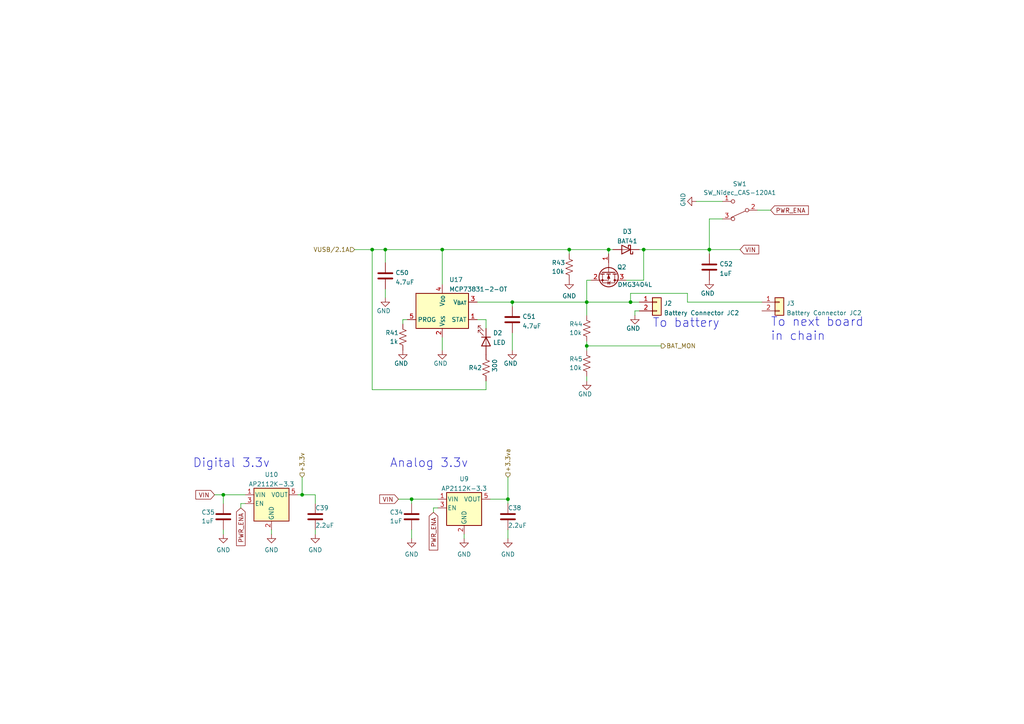
<source format=kicad_sch>
(kicad_sch (version 20230121) (generator eeschema)
  (paper "A4")
  (title_block (title "EMG-2x: Two channel EMG board") (date "2022-02-11") (rev "1") (company "Developed by Rf-lab.org"))
  (lib_symbols
    (symbol "Battery_Management:MCP73831-2-OT"
      (property "Reference" "U" (at -7.62 6.35 0))
      (property "Value" "MCP73831-2-OT" (at 1.27 6.35 0))
      (symbol "MCP73831-2-OT_0_1"
        (rectangle (start -7.62 5.08) (end 7.62 -5.08) (stroke (width 0.254)) (fill (type background)))
      )
      (symbol "MCP73831-2-OT_1_1"
        (pin output line (at 10.16 -2.54 180) (length 2.54) (name "STAT") (number "1"))
        (pin power_in line (at 0 -7.62 90) (length 2.54) (name "V_{SS}") (number "2"))
        (pin power_out line (at 10.16 2.54 180) (length 2.54) (name "V_{BAT}") (number "3"))
        (pin power_in line (at 0 7.62 270) (length 2.54) (name "V_{DD}") (number "4"))
        (pin input line (at -10.16 -2.54 0) (length 2.54) (name "PROG") (number "5"))
      )
    )
    (symbol "Connector_Generic:Conn_01x02" (pin_names (offset 1.016) hide)
      (property "Reference" "J" (at 0 2.54 0))
      (property "Value" "Conn_01x02" (at 0 -5.08 0))
      (symbol "Conn_01x02_1_1"
        (rectangle (start -1.27 -2.413) (end 0 -2.667) (stroke (width 0.1524)))
        (rectangle (start -1.27 0.127) (end 0 -0.127) (stroke (width 0.1524)))
        (rectangle (start -1.27 1.27) (end 1.27 -3.81) (stroke (width 0.254)) (fill (type background)))
        (pin passive line (at -5.08 0 0) (length 3.81) (name "Pin_1") (number "1"))
        (pin passive line (at -5.08 -2.54 0) (length 3.81) (name "Pin_2") (number "2"))
      )
    )
    (symbol "Device:C" (pin_numbers hide) (pin_names (offset 0.254))
      (property "Reference" "C" (at 0.635 2.54 0))
      (property "Value" "C" (at 0.635 -2.54 0))
      (symbol "C_0_1"
        (polyline (pts (xy -2.032 -0.762) (xy 2.032 -0.762)) (stroke (width 0.508)))
        (polyline (pts (xy -2.032 0.762) (xy 2.032 0.762)) (stroke (width 0.508)))
      )
      (symbol "C_1_1"
        (pin passive line (at 0 3.81 270) (length 2.794) (name "~") (number "1"))
        (pin passive line (at 0 -3.81 90) (length 2.794) (name "~") (number "2"))
      )
    )
    (symbol "Device:LED" (pin_numbers hide) (pin_names (offset 1.016) hide)
      (property "Reference" "D" (at 0 2.54 0))
      (property "Value" "LED" (at 0 -2.54 0))
      (symbol "LED_0_1"
        (polyline (pts (xy -1.27 -1.27) (xy -1.27 1.27)) (stroke (width 0.254)))
        (polyline (pts (xy -1.27 0) (xy 1.27 0)))
        (polyline (pts (xy 1.27 -1.27) (xy 1.27 1.27) (xy -1.27 0) (xy 1.27 -1.27)) (stroke (width 0.254)))
        (polyline (pts (xy -3.048 -0.762) (xy -4.572 -2.286) (xy -3.81 -2.286) (xy -4.572 -2.286) (xy -4.572 -1.524)))
        (polyline (pts (xy -1.778 -0.762) (xy -3.302 -2.286) (xy -2.54 -2.286) (xy -3.302 -2.286) (xy -3.302 -1.524)))
      )
      (symbol "LED_1_1"
        (pin passive line (at -3.81 0 0) (length 2.54) (name "K") (number "1"))
        (pin passive line (at 3.81 0 180) (length 2.54) (name "A") (number "2"))
      )
    )
    (symbol "Device:R_US" (pin_numbers hide) (pin_names (offset 0))
      (property "Reference" "R" (at 2.54 0 90))
      (property "Value" "R_US" (at -2.54 0 90))
      (symbol "R_US_0_1"
        (polyline (pts (xy 0 -2.286) (xy 0 -2.54)))
        (polyline (pts (xy 0 2.286) (xy 0 2.54)))
        (polyline (pts (xy 0 -0.762) (xy 1.016 -1.143) (xy 0 -1.524) (xy -1.016 -1.905) (xy 0 -2.286)))
        (polyline (pts (xy 0 0.762) (xy 1.016 0.381) (xy 0 0) (xy -1.016 -0.381) (xy 0 -0.762)))
        (polyline (pts (xy 0 2.286) (xy 1.016 1.905) (xy 0 1.524) (xy -1.016 1.143) (xy 0 0.762)))
      )
      (symbol "R_US_1_1"
        (pin passive line (at 0 3.81 270) (length 1.27) (name "~") (number "1"))
        (pin passive line (at 0 -3.81 90) (length 1.27) (name "~") (number "2"))
      )
    )
    (symbol "Diode:BAT41" (pin_numbers hide) (pin_names (offset 1.016) hide)
      (property "Reference" "D" (at 0 2.54 0))
      (property "Value" "BAT41" (at 0 -2.54 0))
      (symbol "BAT41_0_1"
        (polyline (pts (xy 1.27 0) (xy -1.27 0)))
        (polyline (pts (xy 1.27 1.27) (xy 1.27 -1.27) (xy -1.27 0) (xy 1.27 1.27)) (stroke (width 0.254)))
        (polyline (pts (xy -1.905 0.635) (xy -1.905 1.27) (xy -1.27 1.27) (xy -1.27 -1.27) (xy -0.635 -1.27) (xy -0.635 -0.635)) (stroke (width 0.254)))
      )
      (symbol "BAT41_1_1"
        (pin passive line (at -3.81 0 0) (length 2.54) (name "K") (number "1"))
        (pin passive line (at 3.81 0 180) (length 2.54) (name "A") (number "2"))
      )
    )
    (symbol "Regulator_Linear:AP2112K-3.3" (pin_names (offset 0.254))
      (property "Reference" "U" (at -5.08 5.715 0))
      (property "Value" "AP2112K-3.3" (at 0 5.715 0))
      (symbol "AP2112K-3.3_0_1"
        (rectangle (start -5.08 4.445) (end 5.08 -5.08) (stroke (width 0.254)) (fill (type background)))
      )
      (symbol "AP2112K-3.3_1_1"
        (pin power_in line (at -7.62 2.54 0) (length 2.54) (name "VIN") (number "1"))
        (pin power_in line (at 0 -7.62 90) (length 2.54) (name "GND") (number "2"))
        (pin input line (at -7.62 0 0) (length 2.54) (name "EN") (number "3"))
        (pin no_connect line (at 5.08 0 180) (length 2.54) hide (name "NC") (number "4"))
        (pin power_out line (at 7.62 2.54 180) (length 2.54) (name "VOUT") (number "5"))
      )
    )
    (symbol "Switch:SW_Nidec_CAS-120A1" (pin_names (offset 1) hide)
      (property "Reference" "SW" (at 0 4.318 0))
      (property "Value" "SW_Nidec_CAS-120A1" (at 0 -5.08 0))
      (symbol "SW_Nidec_CAS-120A1_0_0"
        (circle (center -2.032 0) (radius 0.508))
        (circle (center 2.032 -2.54) (radius 0.508))
      )
      (symbol "SW_Nidec_CAS-120A1_0_1"
        (polyline (pts (xy -1.524 0.254) (xy 2.667 2.159)))
        (circle (center 2.032 2.54) (radius 0.508))
      )
      (symbol "SW_Nidec_CAS-120A1_1_1"
        (pin passive line (at 5.08 -2.54 180) (length 2.54) (name "C") (number "1"))
        (pin passive line (at -5.08 0 0) (length 2.54) (name "B") (number "2"))
        (pin passive line (at 5.08 2.54 180) (length 2.54) (name "A") (number "3"))
      )
    )
    (symbol "Transistor_FET:DMG3404L" (pin_names hide)
      (property "Reference" "Q" (at 5.08 1.905 0))
      (property "Value" "DMG3404L" (at 5.08 0 0))
      (symbol "DMG3404L_0_1"
        (polyline (pts (xy 0.254 0) (xy -2.54 0)))
        (polyline (pts (xy 0.254 1.905) (xy 0.254 -1.905)) (stroke (width 0.254)))
        (polyline (pts (xy 0.762 -1.27) (xy 0.762 -2.286)) (stroke (width 0.254)))
        (polyline (pts (xy 0.762 0.508) (xy 0.762 -0.508)) (stroke (width 0.254)))
        (polyline (pts (xy 0.762 2.286) (xy 0.762 1.27)) (stroke (width 0.254)))
        (polyline (pts (xy 2.54 2.54) (xy 2.54 1.778)))
        (polyline (pts (xy 2.54 -2.54) (xy 2.54 0) (xy 0.762 0)))
        (polyline (pts (xy 0.762 -1.778) (xy 3.302 -1.778) (xy 3.302 1.778) (xy 0.762 1.778)))
        (polyline (pts (xy 1.016 0) (xy 2.032 0.381) (xy 2.032 -0.381) (xy 1.016 0)) (fill (type outline)))
        (polyline (pts (xy 2.794 0.508) (xy 2.921 0.381) (xy 3.683 0.381) (xy 3.81 0.254)))
        (polyline (pts (xy 3.302 0.381) (xy 2.921 -0.254) (xy 3.683 -0.254) (xy 3.302 0.381)))
        (circle (center 1.651 0) (radius 2.794) (stroke (width 0.254)))
        (circle (center 2.54 -1.778) (radius 0.254) (fill (type outline)))
        (circle (center 2.54 1.778) (radius 0.254) (fill (type outline)))
      )
      (symbol "DMG3404L_1_1"
        (pin input line (at -5.08 0 0) (length 2.54) (name "G") (number "1"))
        (pin passive line (at 2.54 -5.08 90) (length 2.54) (name "S") (number "2"))
        (pin passive line (at 2.54 5.08 270) (length 2.54) (name "D") (number "3"))
      )
    )
    (symbol "power:GND" (power) (pin_names (offset 0))
      (property "Value" "GND" (at 0 -3.81 0))
      (symbol "GND_0_1"
        (polyline (pts (xy 0 0) (xy 0 -1.27) (xy 1.27 -1.27) (xy 0 -2.54) (xy -1.27 -1.27) (xy 0 -1.27)))
      )
      (symbol "GND_1_1"
        (pin power_in line (at 0 0 270) (length 0) hide (name "GND") (number "1"))
      )
    )
  )
  (junction (at 111.76 72.39))
  (junction (at 147.32 144.78))
  (junction (at 128.27 72.39))
  (junction (at 64.77 143.51))
  (junction (at 170.18 87.63))
  (junction (at 186.69 72.39))
  (junction (at 205.74 72.39))
  (junction (at 170.18 100.33))
  (junction (at 182.88 87.63))
  (junction (at 87.63 143.51))
  (junction (at 119.38 144.78))
  (junction (at 165.1 72.39))
  (junction (at 148.59 87.63))
  (junction (at 176.53 72.39))
  (junction (at 107.95 72.39))
  (wire (pts (xy 170.18 87.63) (xy 170.18 81.28)))
  (wire (pts (xy 205.74 72.39) (xy 214.63 72.39)))
  (wire (pts (xy 148.59 96.52) (xy 148.59 101.6)))
  (wire (pts (xy 125.73 148.59) (xy 125.73 147.32)))
  (wire (pts (xy 147.32 153.67) (xy 147.32 156.21)))
  (wire (pts (xy 209.55 63.5) (xy 205.74 63.5)))
  (wire (pts (xy 62.23 143.51) (xy 64.77 143.51)))
  (wire (pts (xy 170.18 100.33) (xy 170.18 101.6)))
  (wire (pts (xy 140.97 92.71) (xy 140.97 95.25)))
  (wire (pts (xy 134.62 156.21) (xy 134.62 154.94)))
  (wire (pts (xy 111.76 72.39) (xy 128.27 72.39)))
  (wire (pts (xy 147.32 138.43) (xy 147.32 144.78)))
  (wire (pts (xy 111.76 76.2) (xy 111.76 72.39)))
  (wire (pts (xy 119.38 144.78) (xy 119.38 146.05)))
  (wire (pts (xy 128.27 72.39) (xy 128.27 82.55)))
  (wire (pts (xy 186.69 72.39) (xy 205.74 72.39)))
  (wire (pts (xy 176.53 73.66) (xy 176.53 72.39)))
  (wire (pts (xy 119.38 153.67) (xy 119.38 156.21)))
  (wire (pts (xy 199.39 87.63) (xy 199.39 85.09)))
  (wire (pts (xy 87.63 138.43) (xy 87.63 143.51)))
  (wire (pts (xy 69.85 147.32) (xy 69.85 146.05)))
  (wire (pts (xy 119.38 144.78) (xy 127 144.78)))
  (wire (pts (xy 64.77 143.51) (xy 71.12 143.51)))
  (wire (pts (xy 64.77 143.51) (xy 64.77 146.05)))
  (wire (pts (xy 147.32 144.78) (xy 147.32 146.05)))
  (wire (pts (xy 170.18 87.63) (xy 182.88 87.63)))
  (wire (pts (xy 69.85 146.05) (xy 71.12 146.05)))
  (wire (pts (xy 199.39 85.09) (xy 182.88 85.09)))
  (wire (pts (xy 205.74 72.39) (xy 205.74 73.66)))
  (wire (pts (xy 91.44 153.67) (xy 91.44 154.94)))
  (wire (pts (xy 184.15 90.17) (xy 184.15 91.44)))
  (wire (pts (xy 148.59 88.9) (xy 148.59 87.63)))
  (wire (pts (xy 148.59 87.63) (xy 170.18 87.63)))
  (wire (pts (xy 140.97 113.03) (xy 107.95 113.03)))
  (wire (pts (xy 186.69 72.39) (xy 186.69 81.28)))
  (wire (pts (xy 118.11 92.71) (xy 116.84 92.71)))
  (wire (pts (xy 147.32 144.78) (xy 142.24 144.78)))
  (wire (pts (xy 140.97 110.49) (xy 140.97 113.03)))
  (wire (pts (xy 116.84 92.71) (xy 116.84 93.98)))
  (wire (pts (xy 171.45 81.28) (xy 170.18 81.28)))
  (wire (pts (xy 170.18 110.49) (xy 170.18 109.22)))
  (wire (pts (xy 219.71 60.96) (xy 223.52 60.96)))
  (wire (pts (xy 125.73 147.32) (xy 127 147.32)))
  (wire (pts (xy 165.1 72.39) (xy 176.53 72.39)))
  (wire (pts (xy 91.44 146.05) (xy 91.44 143.51)))
  (wire (pts (xy 102.87 72.39) (xy 107.95 72.39)))
  (wire (pts (xy 64.77 153.67) (xy 64.77 154.94)))
  (wire (pts (xy 220.98 87.63) (xy 199.39 87.63)))
  (wire (pts (xy 185.42 72.39) (xy 186.69 72.39)))
  (wire (pts (xy 186.69 81.28) (xy 181.61 81.28)))
  (wire (pts (xy 111.76 83.82) (xy 111.76 86.36)))
  (wire (pts (xy 86.36 143.51) (xy 87.63 143.51)))
  (wire (pts (xy 201.93 58.42) (xy 209.55 58.42)))
  (wire (pts (xy 91.44 143.51) (xy 87.63 143.51)))
  (wire (pts (xy 170.18 91.44) (xy 170.18 87.63)))
  (wire (pts (xy 182.88 87.63) (xy 185.42 87.63)))
  (wire (pts (xy 205.74 63.5) (xy 205.74 72.39)))
  (wire (pts (xy 107.95 113.03) (xy 107.95 72.39)))
  (wire (pts (xy 165.1 73.66) (xy 165.1 72.39)))
  (wire (pts (xy 115.57 144.78) (xy 119.38 144.78)))
  (wire (pts (xy 185.42 90.17) (xy 184.15 90.17)))
  (wire (pts (xy 128.27 72.39) (xy 165.1 72.39)))
  (wire (pts (xy 176.53 72.39) (xy 177.8 72.39)))
  (wire (pts (xy 138.43 92.71) (xy 140.97 92.71)))
  (wire (pts (xy 170.18 99.06) (xy 170.18 100.33)))
  (wire (pts (xy 128.27 97.79) (xy 128.27 101.6)))
  (wire (pts (xy 107.95 72.39) (xy 111.76 72.39)))
  (wire (pts (xy 182.88 85.09) (xy 182.88 87.63)))
  (wire (pts (xy 138.43 87.63) (xy 148.59 87.63)))
  (wire (pts (xy 78.74 154.94) (xy 78.74 153.67)))
  (wire (pts (xy 191.77 100.33) (xy 170.18 100.33)))
  (text "Analog 3.3v" (at 113.03 135.89 0) (effects (font (size 2.54 2.54)) (justify left bottom)))
  (text "Digital 3.3v" (at 55.88 135.89 0) (effects (font (size 2.54 2.54)) (justify left bottom)))
  (text "To next board \nin chain" (at 223.52 99.06 0) (effects (font (size 2.54 2.54)) (justify left bottom)))
  (text "To battery " (at 189.23 95.25 0) (effects (font (size 2.54 2.54)) (justify left bottom)))
  (global_label "VIN" (shape input) (at 214.63 72.39 0) (property "Intersheetrefs" "${INTERSHEET_REFS}" (effects hide)))
  (global_label "VIN" (shape input) (at 62.23 143.51 180) (property "Intersheetrefs" "${INTERSHEET_REFS}" (effects hide)))
  (global_label "PWR_ENA" (shape input) (at 125.73 148.59 270) (property "Intersheetrefs" "${INTERSHEET_REFS}" (effects hide)))
  (global_label "PWR_ENA" (shape input) (at 223.52 60.96 0) (property "Intersheetrefs" "${INTERSHEET_REFS}" (effects hide)))
  (global_label "PWR_ENA" (shape input) (at 69.85 147.32 270) (property "Intersheetrefs" "${INTERSHEET_REFS}" (effects hide)))
  (global_label "VIN" (shape input) (at 115.57 144.78 180) (property "Intersheetrefs" "${INTERSHEET_REFS}" (effects hide)))
  (hierarchical_label "+3.3va" (shape input) (at 147.32 138.43 90))
  (hierarchical_label "BAT_MON" (shape output) (at 191.77 100.33 0))
  (hierarchical_label "VUSB{slash}2.1A" (shape input) (at 102.87 72.39 180))
  (hierarchical_label "+3.3v" (shape input) (at 87.63 138.43 90))
  (symbol (lib_id "Device:R_US") (at 170.18 95.25 180) (unit 1)
    (property "Reference" "R44" (at 165.1 93.98 0) (effects (justify right)))
    (property "Value" "10k" (at 165.1 96.52 0) (effects (justify right)))
    (property "Footprint" "Resistor_SMD:R_0805_2012Metric_Pad1.20x1.40mm_HandSolder" (effects hide))
  )
  (symbol (lib_id "Regulator_Linear:AP2112K-3.3") (at 134.62 147.32 0) (unit 1)
    (property "Reference" "U9" (at 134.62 138.9085 0))
    (property "Value" "AP2112K-3.3" (at 134.62 141.6836 0))
    (property "Footprint" "Package_TO_SOT_SMD:SOT-23-5" (effects hide))
    (property "Datasheet" "https://www.diodes.com/assets/Datasheets/AP2112.pdf" (effects hide))
    (instances (project "myocell2" (path "" (reference "U9") (unit 1)) (path "" (reference "U7") (unit 1))) (project "ADS1292EMG2x" (path "" (reference "U9") (unit 1))))
  )
  (symbol (lib_id "power:GND") (at 116.84 101.6 0) (unit 1)
    (property "Reference" "#PWR089" (effects hide))
    (property "Value" "GND" (at 114.3 105.41 0) (effects (justify left)))
  )
  (symbol (lib_id "Device:C") (at 148.59 92.71 0) (unit 1)
    (property "Reference" "C51" (at 151.511 91.8015 0) (effects (justify left)))
    (property "Value" "4.7uF" (at 151.511 94.5766 0) (effects (justify left)))
    (property "Footprint" "Capacitor_SMD:C_0805_2012Metric_Pad1.18x1.45mm_HandSolder" (effects hide))
  )
  (symbol (lib_id "power:GND") (at 205.74 81.28 0) (unit 1)
    (property "Reference" "#PWR096" (effects hide))
    (property "Value" "GND" (at 203.2 85.09 0) (effects (justify left)))
  )
  (symbol (lib_id "power:GND") (at 78.74 154.94 0) (unit 1)
    (property "Reference" "#PWR071" (effects hide))
    (property "Value" "GND" (at 78.74 159.5025 0))
    (instances (project "myocell2" (path "" (reference "#PWR071") (unit 1)) (path "" (reference "#PWR033") (unit 1))) (project "ADS1292EMG2x" (path "" (reference "#PWR071") (unit 1))))
  )
  (symbol (lib_id "Device:R_US") (at 170.18 105.41 180) (unit 1)
    (property "Reference" "R45" (at 165.1 104.14 0) (effects (justify right)))
    (property "Value" "10k" (at 165.1 106.68 0) (effects (justify right)))
    (property "Footprint" "Resistor_SMD:R_0805_2012Metric_Pad1.20x1.40mm_HandSolder" (effects hide))
  )
  (symbol (lib_id "power:GND") (at 64.77 154.94 0) (unit 1)
    (property "Reference" "#PWR067" (effects hide))
    (property "Value" "GND" (at 64.77 159.5025 0))
    (instances (project "myocell2" (path "" (reference "#PWR067") (unit 1)) (path "" (reference "#PWR032") (unit 1))) (project "ADS1292EMG2x" (path "" (reference "#PWR067") (unit 1))))
  )
  (symbol (lib_id "power:GND") (at 128.27 101.6 0) (unit 1)
    (property "Reference" "#PWR090" (effects hide))
    (property "Value" "GND" (at 125.73 105.41 0) (effects (justify left)))
  )
  (symbol (lib_id "Switch:SW_Nidec_CAS-120A1") (at 214.63 60.96 180) (unit 1)
    (property "Reference" "SW1" (at 214.5665 53.34 0))
    (property "Value" "SW_Nidec_CAS-120A1" (at 214.5665 55.88 0))
    (property "Footprint" "Button_Switch_SMD:Nidec_Copal_CAS-120A" (effects hide))
    (property "Datasheet" "https://www.nidec-components.com/e/catalog/switch/cas.pdf" (effects hide))
  )
  (symbol (lib_id "power:GND") (at 91.44 154.94 0) (unit 1)
    (property "Reference" "#PWR077" (effects hide))
    (property "Value" "GND" (at 91.44 159.5025 0))
    (instances (project "myocell2" (path "" (reference "#PWR077") (unit 1)) (path "" (reference "#PWR035") (unit 1))) (project "ADS1292EMG2x" (path "" (reference "#PWR077") (unit 1))))
  )
  (symbol (lib_id "Device:R_US") (at 165.1 77.47 180) (unit 1)
    (property "Reference" "R43" (at 160.02 76.2 0) (effects (justify right)))
    (property "Value" "10k" (at 160.02 78.74 0) (effects (justify right)))
    (property "Footprint" "Resistor_SMD:R_0805_2012Metric_Pad1.20x1.40mm_HandSolder" (effects hide))
  )
  (symbol (lib_id "Connector_Generic:Conn_01x02") (at 190.5 87.63 0) (unit 1)
    (property "Reference" "J2" (at 192.532 87.9915 0) (effects (justify left)))
    (property "Value" "Battery Connector JC2" (at 192.532 90.7666 0) (effects (justify left)))
    (property "Footprint" "Connector_JST:JST_EH_B2B-EH-A_1x02_P2.50mm_Vertical" (effects hide))
  )
  (symbol (lib_id "power:GND") (at 184.15 91.44 0) (unit 1)
    (property "Reference" "#PWR094" (effects hide))
    (property "Value" "GND" (at 181.61 95.25 0) (effects (justify left)))
  )
  (symbol (lib_id "Transistor_FET:DMG3404L") (at 176.53 78.74 270) (unit 1)
    (property "Reference" "Q2" (at 180.34 77.47 90))
    (property "Value" "DMG3404L" (at 184.15 82.55 90))
    (property "Footprint" "Package_TO_SOT_SMD:SOT-23" (effects hide))
    (property "Datasheet" "http://www.diodes.com/assets/Datasheets/DMG3404L.pdf" (effects hide))
  )
  (symbol (lib_id "Connector_Generic:Conn_01x02") (at 226.06 87.63 0) (unit 1)
    (property "Reference" "J3" (at 228.092 87.9915 0) (effects (justify left)))
    (property "Value" "Battery Connector JC2" (at 228.092 90.7666 0) (effects (justify left)))
    (property "Footprint" "Connector_JST:JST_EH_B2B-EH-A_1x02_P2.50mm_Vertical" (effects hide))
  )
  (symbol (lib_id "power:GND") (at 165.1 81.28 0) (unit 1)
    (property "Reference" "#PWR092" (effects hide))
    (property "Value" "GND" (at 165.1 85.8425 0))
  )
  (symbol (lib_id "power:GND") (at 119.38 156.21 0) (unit 1)
    (property "Reference" "#PWR066" (effects hide))
    (property "Value" "GND" (at 119.38 160.7725 0))
    (instances (project "myocell2" (path "" (reference "#PWR066") (unit 1)) (path "" (reference "#PWR036") (unit 1))) (project "ADS1292EMG2x" (path "" (reference "#PWR066") (unit 1))))
  )
  (symbol (lib_id "Regulator_Linear:AP2112K-3.3") (at 78.74 146.05 0) (unit 1)
    (property "Reference" "U10" (at 78.74 137.6385 0))
    (property "Value" "AP2112K-3.3" (at 78.74 140.4136 0))
    (property "Footprint" "Package_TO_SOT_SMD:SOT-23-5" (effects hide))
    (property "Datasheet" "https://www.diodes.com/assets/Datasheets/AP2112.pdf" (effects hide))
    (instances (project "myocell2" (path "" (reference "U10") (unit 1)) (path "" (reference "U6") (unit 1))) (project "ADS1292EMG2x" (path "" (reference "U10") (unit 1))))
  )
  (symbol (lib_id "Device:C") (at 147.32 149.86 180) (unit 1)
    (property "Reference" "C38" (at 147.32 147.32 0) (effects (justify right)))
    (property "Value" "2.2uF" (at 147.32 152.4 0) (effects (justify right)))
    (property "Footprint" "Capacitor_SMD:C_0805_2012Metric_Pad1.18x1.45mm_HandSolder" (effects hide))
    (instances (project "myocell2" (path "" (reference "C38") (unit 1)) (path "" (reference "C20") (unit 1))) (project "ADS1292EMG2x" (path "" (reference "C38") (unit 1))))
  )
  (symbol (lib_id "power:GND") (at 170.18 110.49 0) (unit 1)
    (property "Reference" "#PWR093" (effects hide))
    (property "Value" "GND" (at 167.64 114.3 0) (effects (justify left)))
  )
  (symbol (lib_id "power:GND") (at 111.76 86.36 0) (unit 1)
    (property "Reference" "#PWR088" (effects hide))
    (property "Value" "GND" (at 109.22 90.17 0) (effects (justify left)))
  )
  (symbol (lib_id "Device:C") (at 205.74 77.47 180) (unit 1)
    (property "Reference" "C52" (at 208.661 76.5615 0) (effects (justify right)))
    (property "Value" "1uF" (at 208.661 79.3366 0) (effects (justify right)))
    (property "Footprint" "Capacitor_SMD:C_0805_2012Metric_Pad1.18x1.45mm_HandSolder" (effects hide))
  )
  (symbol (lib_id "power:GND") (at 134.62 156.21 0) (unit 1)
    (property "Reference" "#PWR070" (effects hide))
    (property "Value" "GND" (at 134.62 160.7725 0))
    (instances (project "myocell2" (path "" (reference "#PWR070") (unit 1)) (path "" (reference "#PWR037") (unit 1))) (project "ADS1292EMG2x" (path "" (reference "#PWR070") (unit 1))))
  )
  (symbol (lib_id "power:GND") (at 201.93 58.42 270) (unit 1)
    (property "Reference" "#PWR095" (effects hide))
    (property "Value" "GND" (at 198.12 55.88 0) (effects (justify left)))
  )
  (symbol (lib_id "Device:LED") (at 140.97 99.06 270) (unit 1)
    (property "Reference" "D2" (at 143.002 96.564 90) (effects (justify left)))
    (property "Value" "LED" (at 143.002 99.3391 90) (effects (justify left)))
    (property "Footprint" "LED_SMD:LED_0805_2012Metric_Pad1.15x1.40mm_HandSolder" (effects hide))
  )
  (symbol (lib_id "Device:C") (at 111.76 80.01 180) (unit 1)
    (property "Reference" "C50" (at 114.681 79.1015 0) (effects (justify right)))
    (property "Value" "4.7uF" (at 114.681 81.8766 0) (effects (justify right)))
    (property "Footprint" "Capacitor_SMD:C_0805_2012Metric_Pad1.18x1.45mm_HandSolder" (effects hide))
  )
  (symbol (lib_id "Device:R_US") (at 116.84 97.79 180) (unit 1)
    (property "Reference" "R41" (at 111.76 96.52 0) (effects (justify right)))
    (property "Value" "1k" (at 113.03 99.06 0) (effects (justify right)))
    (property "Footprint" "Resistor_SMD:R_0805_2012Metric_Pad1.20x1.40mm_HandSolder" (effects hide))
  )
  (symbol (lib_id "Device:C") (at 64.77 149.86 180) (unit 1)
    (property "Reference" "C35" (at 58.42 148.59 0) (effects (justify right)))
    (property "Value" "1uF" (at 58.42 151.13 0) (effects (justify right)))
    (property "Footprint" "Capacitor_SMD:C_0805_2012Metric_Pad1.18x1.45mm_HandSolder" (effects hide))
    (instances (project "myocell2" (path "" (reference "C35") (unit 1)) (path "" (reference "C17") (unit 1))) (project "ADS1292EMG2x" (path "" (reference "C35") (unit 1))))
  )
  (symbol (lib_id "power:GND") (at 148.59 101.6 0) (unit 1)
    (property "Reference" "#PWR091" (effects hide))
    (property "Value" "GND" (at 146.05 105.41 0) (effects (justify left)))
  )
  (symbol (lib_id "power:GND") (at 147.32 156.21 0) (unit 1)
    (property "Reference" "#PWR076" (effects hide))
    (property "Value" "GND" (at 147.32 160.7725 0))
    (instances (project "myocell2" (path "" (reference "#PWR076") (unit 1)) (path "" (reference "#PWR039") (unit 1))) (project "ADS1292EMG2x" (path "" (reference "#PWR076") (unit 1))))
  )
  (symbol (lib_id "Battery_Management:MCP73831-2-OT") (at 128.27 90.17 0) (unit 1)
    (property "Reference" "U17" (at 130.2894 81.1235 0) (effects (justify left)))
    (property "Value" "MCP73831-2-OT" (at 130.2894 83.8986 0) (effects (justify left)))
    (property "Footprint" "Package_TO_SOT_SMD:SOT-23-5" (effects hide))
    (property "Datasheet" "http://ww1.microchip.com/downloads/en/DeviceDoc/20001984g.pdf" (effects hide))
    (instances (project "myocell2" (path "" (reference "U17") (unit 1))) (project "ADS1292EMG2x" (path "" (reference "U18") (unit 1))))
  )
  (symbol (lib_id "Device:R_US") (at 140.97 106.68 180) (unit 1)
    (property "Reference" "R42" (at 135.89 106.68 0) (effects (justify right)))
    (property "Value" "300" (at 143.51 107.95 90) (effects (justify right)))
    (property "Footprint" "Resistor_SMD:R_0805_2012Metric_Pad1.20x1.40mm_HandSolder" (effects hide))
  )
  (symbol (lib_id "Diode:BAT41") (at 181.61 72.39 180) (unit 1)
    (property "Reference" "D3" (at 181.9275 67.1535 0))
    (property "Value" "BAT41" (at 181.9275 69.9286 0))
    (property "Footprint" "Diode_THT:D_DO-35_SOD27_P7.62mm_Horizontal" (effects hide))
    (property "Datasheet" "http://www.vishay.com/docs/85659/bat41.pdf" (effects hide))
  )
  (symbol (lib_id "Device:C") (at 91.44 149.86 180) (unit 1)
    (property "Reference" "C39" (at 91.44 147.32 0) (effects (justify right)))
    (property "Value" "2.2uF" (at 91.44 152.4 0) (effects (justify right)))
    (property "Footprint" "Capacitor_SMD:C_0805_2012Metric_Pad1.18x1.45mm_HandSolder" (effects hide))
    (instances (project "myocell2" (path "" (reference "C39") (unit 1)) (path "" (reference "C18") (unit 1))) (project "ADS1292EMG2x" (path "" (reference "C39") (unit 1))))
  )
  (symbol (lib_id "Device:C") (at 119.38 149.86 180) (unit 1)
    (property "Reference" "C34" (at 113.03 148.59 0) (effects (justify right)))
    (property "Value" "1uF" (at 113.03 151.13 0) (effects (justify right)))
    (property "Footprint" "Capacitor_SMD:C_0805_2012Metric_Pad1.18x1.45mm_HandSolder" (effects hide))
    (instances (project "myocell2" (path "" (reference "C34") (unit 1)) (path "" (reference "C19") (unit 1))) (project "ADS1292EMG2x" (path "" (reference "C34") (unit 1))))
  )
)
</source>
